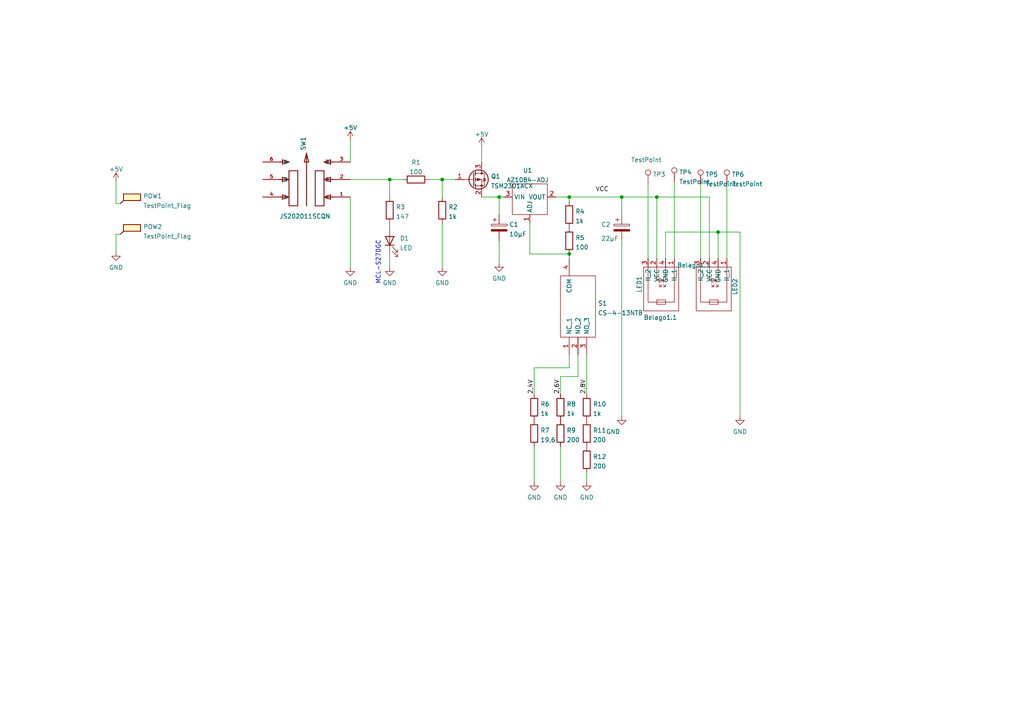
<source format=kicad_sch>
(kicad_sch (version 20210621) (generator eeschema)
  (paper "A4")
  (lib_symbols
    (symbol "AZ1084-ADJ:AZ1084-ADJ"
      (property "Reference" "U?" (at 0 6.985 0))
      (property "Value" "AZ1084-ADJ" (at 0 5.08 0))
      (symbol "AZ1084-ADJ_0_1"
        (polyline (pts (xy -5.08 3.81) (xy -5.08 0)) (stroke (width 0.1524)))
        (polyline (pts (xy -5.08 0) (xy -5.08 -5.08) (xy 5.08 -5.08) (xy 5.08 3.81) (xy -5.08 3.81)) (stroke (width 0.1524)))
      )
      (symbol "AZ1084-ADJ_1_1"
        (pin input line (at 0 -7.62 90) (length 2.54) (name "ADJ") (number "1"))
        (pin output line (at 7.62 0 180) (length 2.54) (name "VOUT") (number "2"))
        (pin input line (at -7.62 0 0) (length 2.54) (name "VIN") (number "3"))
      )
    )
    (symbol "Belago1.1:Belago1.1"
      (property "Reference" "LED?" (at 0 6.985 0))
      (property "Value" "Belago1.1" (at 10.795 0 90))
      (symbol "Belago1.1_0_1"
        (polyline (pts (xy -0.635 0.635) (xy 0.635 0.635)) (stroke (width 0.1524)))
        (polyline (pts (xy 1.905 0) (xy 1.905 -0.635)) (stroke (width 0.1524)))
        (polyline (pts (xy 1.27 -0.635) (xy 1.905 0) (xy 1.27 0)) (stroke (width 0.1524)))
        (polyline (pts (xy -3.81 1.27) (xy 0 1.27) (xy 0 -1.27) (xy -3.81 -1.27)) (stroke (width 0.1524)))
        (polyline (pts (xy 0 0.635) (xy -0.635 -0.635) (xy 0.635 -0.635) (xy 0 0.635)) (stroke (width 0.1524)))
        (polyline (pts (xy 1.27 0.635) (xy 1.905 1.27) (xy 1.27 1.27) (xy 1.905 1.27) (xy 1.905 0.635)) (stroke (width 0.1524)))
        (polyline (pts (xy 5.715 1.27) (xy 6.985 1.27) (xy 6.985 -1.27) (xy 5.715 -1.27) (xy 5.715 1.27)) (stroke (width 0.1524)))
        (polyline (pts (xy -3.81 3.81) (xy 6.35 3.81) (xy 6.35 -3.81) (xy -3.81 -3.81) (xy -3.81 -5.08) (xy 8.89 -5.08) (xy 8.89 5.08) (xy -3.81 5.08) (xy -3.81 -3.81)) (stroke (width 0.1524)))
      )
      (symbol "Belago1.1_1_1"
        (pin passive line (at -6.35 3.81 0) (length 2.54) (name "Il_1") (number "1"))
        (pin passive line (at -6.35 -1.27 0) (length 2.54) (name "VCC") (number "2"))
        (pin passive line (at -6.35 -3.81 0) (length 2.54) (name "Il_2") (number "3"))
        (pin passive line (at -6.35 1.27 0) (length 2.54) (name "GND") (number "4"))
      )
    )
    (symbol "CS-4-13NTB:CS-4-13NTB" (pin_names (offset 0.762))
      (property "Reference" "S" (at 24.13 7.62 0))
      (property "Value" "CS-4-13NTB" (at 24.13 5.08 0))
      (symbol "CS-4-13NTB_0_0"
        (pin passive line (at 0 0 0) (length 5.08) (name "NC_1") (number "1"))
        (pin passive line (at 0 -2.54 0) (length 5.08) (name "NO_2") (number "2"))
        (pin passive line (at 0 -5.08 0) (length 5.08) (name "NO_3") (number "3"))
        (pin passive line (at 27.94 0 180) (length 5.08) (name "COM") (number "4"))
      )
      (symbol "CS-4-13NTB_0_1"
        (polyline (pts (xy 5.08 2.54) (xy 22.86 2.54) (xy 22.86 -7.62) (xy 5.08 -7.62) (xy 5.08 2.54)) (stroke (width 0.1524)))
      )
    )
    (symbol "Connector:TestPoint" (pin_numbers hide) (pin_names (offset 0.762) hide)
      (property "Reference" "TP" (at 0 6.858 0))
      (property "Value" "TestPoint" (at 0 5.08 0))
      (symbol "TestPoint_0_1"
        (circle (center 0 3.302) (radius 0.762))
      )
      (symbol "TestPoint_1_1"
        (pin passive line (at 0 0 90) (length 2.54) (name "1") (number "1"))
      )
    )
    (symbol "Connector:TestPoint_Flag" (pin_numbers hide) (pin_names (offset 0.762) hide)
      (property "Reference" "TP" (at 3.429 1.778 0))
      (property "Value" "TestPoint_Flag" (at 3.302 4.191 0))
      (symbol "TestPoint_Flag_0_1"
        (rectangle (start 0.889 2.794) (end 5.842 0.889) (stroke (width 0.254)) (fill (type background)))
        (polyline (pts (xy 0 0) (xy 0.889 0.889)) (stroke (width 0.254)))
      )
      (symbol "TestPoint_Flag_1_1"
        (pin passive line (at 0 0 90) (length 0) (name "1") (number "1"))
      )
    )
    (symbol "Device:C_Polarized" (pin_numbers hide) (pin_names (offset 0.254))
      (property "Reference" "C" (at 0.635 2.54 0))
      (property "Value" "C_Polarized" (at 0.635 -2.54 0))
      (symbol "C_Polarized_0_1"
        (rectangle (start -2.286 0.508) (end 2.286 1.016))
        (rectangle (start 2.286 -0.508) (end -2.286 -1.016) (fill (type outline)))
        (polyline (pts (xy -1.778 2.286) (xy -0.762 2.286)))
        (polyline (pts (xy -1.27 2.794) (xy -1.27 1.778)))
      )
      (symbol "C_Polarized_1_1"
        (pin passive line (at 0 3.81 270) (length 2.794) (name "~") (number "1"))
        (pin passive line (at 0 -3.81 90) (length 2.794) (name "~") (number "2"))
      )
    )
    (symbol "Device:LED" (pin_numbers hide) (pin_names (offset 1.016) hide)
      (property "Reference" "D" (at 0 2.54 0))
      (property "Value" "LED" (at 0 -2.54 0))
      (symbol "LED_0_1"
        (polyline (pts (xy -1.27 -1.27) (xy -1.27 1.27)) (stroke (width 0.254)))
        (polyline (pts (xy -1.27 0) (xy 1.27 0)))
        (polyline (pts (xy 1.27 -1.27) (xy 1.27 1.27) (xy -1.27 0) (xy 1.27 -1.27)) (stroke (width 0.254)))
        (polyline (pts (xy -3.048 -0.762) (xy -4.572 -2.286) (xy -3.81 -2.286) (xy -4.572 -2.286) (xy -4.572 -1.524)))
        (polyline (pts (xy -1.778 -0.762) (xy -3.302 -2.286) (xy -2.54 -2.286) (xy -3.302 -2.286) (xy -3.302 -1.524)))
      )
      (symbol "LED_1_1"
        (pin passive line (at -3.81 0 0) (length 2.54) (name "K") (number "1"))
        (pin passive line (at 3.81 0 180) (length 2.54) (name "A") (number "2"))
      )
    )
    (symbol "Device:R" (pin_numbers hide) (pin_names (offset 0))
      (property "Reference" "R" (at 2.032 0 90))
      (property "Value" "R" (at 0 0 90))
      (symbol "R_0_1"
        (rectangle (start -1.016 -2.54) (end 1.016 2.54) (stroke (width 0.254)))
      )
      (symbol "R_1_1"
        (pin passive line (at 0 3.81 270) (length 1.27) (name "~") (number "1"))
        (pin passive line (at 0 -3.81 90) (length 1.27) (name "~") (number "2"))
      )
    )
    (symbol "JS202011SCQN:JS202011SCQN" (pin_names (offset 1.016))
      (property "Reference" "S" (at -15.2654 2.54 0))
      (property "Value" "JS202011SCQN" (at -15.24 -5.08 0))
      (symbol "JS202011SCQN_0_0"
        (polyline (pts (xy -7.62 -5.08) (xy -7.62 -2.54)) (stroke (width 0.254)))
        (polyline (pts (xy -7.62 -2.54) (xy 2.54 -2.54)) (stroke (width 0.254)))
        (polyline (pts (xy -7.62 0) (xy 7.62 0)) (stroke (width 0.254)))
        (polyline (pts (xy -7.62 2.54) (xy 2.54 2.54)) (stroke (width 0.254)))
        (polyline (pts (xy -7.62 5.08) (xy -7.62 2.54)) (stroke (width 0.254)))
        (polyline (pts (xy -5.715 -6.985) (xy -4.445 -6.985)) (stroke (width 0.254)))
        (polyline (pts (xy -5.715 6.985) (xy -5.08 5.08)) (stroke (width 0.254)))
        (polyline (pts (xy -5.08 -5.08) (xy -7.62 -5.08)) (stroke (width 0.254)))
        (polyline (pts (xy -5.08 -5.08) (xy -5.715 -6.985)) (stroke (width 0.254)))
        (polyline (pts (xy -5.08 -5.08) (xy -5.08 -7.62)) (stroke (width 0.254)))
        (polyline (pts (xy -5.08 5.08) (xy -7.62 5.08)) (stroke (width 0.254)))
        (polyline (pts (xy -5.08 5.08) (xy -4.445 6.985)) (stroke (width 0.254)))
        (polyline (pts (xy -5.08 7.62) (xy -5.08 5.08)) (stroke (width 0.254)))
        (polyline (pts (xy -4.445 -6.985) (xy -5.08 -5.08)) (stroke (width 0.254)))
        (polyline (pts (xy -4.445 6.985) (xy -5.715 6.985)) (stroke (width 0.254)))
        (polyline (pts (xy -0.635 -6.985) (xy 0.635 -6.985)) (stroke (width 0.254)))
        (polyline (pts (xy -0.635 6.985) (xy 0 5.08)) (stroke (width 0.254)))
        (polyline (pts (xy 0 -5.08) (xy -5.08 -5.08)) (stroke (width 0.254)))
        (polyline (pts (xy 0 -5.08) (xy -0.635 -6.985)) (stroke (width 0.254)))
        (polyline (pts (xy 0 -5.08) (xy 0 -7.62)) (stroke (width 0.254)))
        (polyline (pts (xy 0 5.08) (xy -5.08 5.08)) (stroke (width 0.254)))
        (polyline (pts (xy 0 5.08) (xy 0.635 6.985)) (stroke (width 0.254)))
        (polyline (pts (xy 0 7.62) (xy 0 5.08)) (stroke (width 0.254)))
        (polyline (pts (xy 0.635 -6.985) (xy 0 -5.08)) (stroke (width 0.254)))
        (polyline (pts (xy 0.635 6.985) (xy -0.635 6.985)) (stroke (width 0.254)))
        (polyline (pts (xy 2.54 -5.08) (xy 0 -5.08)) (stroke (width 0.254)))
        (polyline (pts (xy 2.54 -2.54) (xy 2.54 -5.08)) (stroke (width 0.254)))
        (polyline (pts (xy 2.54 2.54) (xy 2.54 5.08)) (stroke (width 0.254)))
        (polyline (pts (xy 2.54 5.08) (xy 0 5.08)) (stroke (width 0.254)))
        (polyline (pts (xy 4.445 -6.985) (xy 5.715 -6.985)) (stroke (width 0.254)))
        (polyline (pts (xy 4.445 6.985) (xy 5.08 5.08)) (stroke (width 0.254)))
        (polyline (pts (xy 5.08 -5.08) (xy 4.445 -6.985)) (stroke (width 0.254)))
        (polyline (pts (xy 5.08 -5.08) (xy 5.08 -7.62)) (stroke (width 0.254)))
        (polyline (pts (xy 5.08 -0.635) (xy 7.62 0)) (stroke (width 0.254)))
        (polyline (pts (xy 5.08 0.635) (xy 5.08 -0.635)) (stroke (width 0.254)))
        (polyline (pts (xy 5.08 5.08) (xy 5.715 6.985)) (stroke (width 0.254)))
        (polyline (pts (xy 5.08 7.62) (xy 5.08 5.08)) (stroke (width 0.254)))
        (polyline (pts (xy 5.715 -6.985) (xy 5.08 -5.08)) (stroke (width 0.254)))
        (polyline (pts (xy 5.715 6.985) (xy 4.445 6.985)) (stroke (width 0.254)))
        (polyline (pts (xy 7.62 0) (xy 5.08 0.635)) (stroke (width 0.254)))
        (pin passive line (at -5.08 -12.7 90) (length 5.08) (name "1") (number "1"))
        (pin passive line (at 0 -12.7 90) (length 5.08) (name "2") (number "2"))
        (pin passive line (at 5.08 -12.7 90) (length 5.08) (name "3") (number "3"))
        (pin passive line (at -5.08 12.7 270) (length 5.08) (name "4") (number "4"))
        (pin passive line (at 0 12.7 270) (length 5.08) (name "5") (number "5"))
        (pin passive line (at 5.08 12.7 270) (length 5.08) (name "6") (number "6"))
      )
    )
    (symbol "Transistor_FET:TSM2301ACX" (pin_names hide)
      (property "Reference" "Q" (at 5.08 1.905 0))
      (property "Value" "TSM2301ACX" (at 5.08 0 0))
      (symbol "TSM2301ACX_0_1"
        (circle (center 1.651 0) (radius 2.794) (stroke (width 0.254)))
        (circle (center 2.54 -1.778) (radius 0.254) (fill (type outline)))
        (circle (center 2.54 1.778) (radius 0.254) (fill (type outline)))
        (polyline (pts (xy 0.254 0) (xy -2.54 0)))
        (polyline (pts (xy 0.254 1.905) (xy 0.254 -1.905)) (stroke (width 0.254)))
        (polyline (pts (xy 0.762 -1.27) (xy 0.762 -2.286)) (stroke (width 0.254)))
        (polyline (pts (xy 0.762 0.508) (xy 0.762 -0.508)) (stroke (width 0.254)))
        (polyline (pts (xy 0.762 2.286) (xy 0.762 1.27)) (stroke (width 0.254)))
        (polyline (pts (xy 2.54 2.54) (xy 2.54 1.778)))
        (polyline (pts (xy 2.54 -2.54) (xy 2.54 0) (xy 0.762 0)))
        (polyline (pts (xy 0.762 1.778) (xy 3.302 1.778) (xy 3.302 -1.778) (xy 0.762 -1.778)))
        (polyline (pts (xy 2.794 -0.508) (xy 2.921 -0.381) (xy 3.683 -0.381) (xy 3.81 -0.254)))
        (polyline (pts (xy 3.302 -0.381) (xy 2.921 0.254) (xy 3.683 0.254) (xy 3.302 -0.381)))
        (polyline (pts (xy 2.286 0) (xy 1.27 0.381) (xy 1.27 -0.381) (xy 2.286 0)) (fill (type outline)))
      )
      (symbol "TSM2301ACX_1_1"
        (pin input line (at -5.08 0 0) (length 2.54) (name "G") (number "1"))
        (pin passive line (at 2.54 -5.08 90) (length 2.54) (name "S") (number "2"))
        (pin passive line (at 2.54 5.08 270) (length 2.54) (name "D") (number "3"))
      )
    )
    (symbol "power:+5V" (power) (pin_names (offset 0))
      (property "Value" "+5V" (at 0 3.556 0))
      (symbol "+5V_0_1"
        (polyline (pts (xy -0.762 1.27) (xy 0 2.54)))
        (polyline (pts (xy 0 0) (xy 0 2.54)))
        (polyline (pts (xy 0 2.54) (xy 0.762 1.27)))
      )
      (symbol "+5V_1_1"
        (pin power_in line (at 0 0 90) (length 0) hide (name "+5V") (number "1"))
      )
    )
    (symbol "power:GND" (power) (pin_names (offset 0))
      (property "Value" "GND" (at 0 -3.81 0))
      (symbol "GND_0_1"
        (polyline (pts (xy 0 0) (xy 0 -1.27) (xy 1.27 -1.27) (xy 0 -2.54) (xy -1.27 -1.27) (xy 0 -1.27)))
      )
      (symbol "GND_1_1"
        (pin power_in line (at 0 0 270) (length 0) hide (name "GND") (number "1"))
      )
    )
  )
  (junction (at 113.03 52.07))
  (junction (at 128.27 52.07))
  (junction (at 144.78 57.15))
  (junction (at 165.1 57.15))
  (junction (at 165.1 73.66))
  (junction (at 180.34 57.15))
  (junction (at 190.5 57.15))
  (junction (at 208.28 67.31))
  (wire (pts (xy 33.655 59.055) (xy 33.655 52.705)))
  (wire (pts (xy 33.655 67.945) (xy 33.655 73.025)))
  (wire (pts (xy 34.925 59.055) (xy 33.655 59.055)))
  (wire (pts (xy 34.925 67.945) (xy 33.655 67.945)))
  (wire (pts (xy 101.6 40.64) (xy 101.6 46.99)))
  (wire (pts (xy 101.6 52.07) (xy 113.03 52.07)))
  (wire (pts (xy 101.6 57.15) (xy 101.6 77.47)))
  (wire (pts (xy 113.03 52.07) (xy 113.03 57.15)))
  (wire (pts (xy 113.03 52.07) (xy 116.84 52.07)))
  (wire (pts (xy 113.03 64.77) (xy 113.03 66.04)))
  (wire (pts (xy 113.03 73.66) (xy 113.03 77.47)))
  (wire (pts (xy 124.46 52.07) (xy 128.27 52.07)))
  (wire (pts (xy 128.27 52.07) (xy 128.27 57.15)))
  (wire (pts (xy 128.27 52.07) (xy 132.08 52.07)))
  (wire (pts (xy 128.27 64.77) (xy 128.27 77.47)))
  (wire (pts (xy 139.7 42.545) (xy 139.7 46.99)))
  (wire (pts (xy 139.7 57.15) (xy 144.78 57.15)))
  (wire (pts (xy 144.78 57.15) (xy 144.78 62.23)))
  (wire (pts (xy 144.78 57.15) (xy 146.05 57.15)))
  (wire (pts (xy 144.78 69.85) (xy 144.78 76.2)))
  (wire (pts (xy 153.67 64.77) (xy 153.67 73.66)))
  (wire (pts (xy 153.67 73.66) (xy 165.1 73.66)))
  (wire (pts (xy 154.94 106.68) (xy 154.94 114.3)))
  (wire (pts (xy 154.94 129.54) (xy 154.94 139.7)))
  (wire (pts (xy 161.29 57.15) (xy 165.1 57.15)))
  (wire (pts (xy 162.56 109.22) (xy 162.56 114.3)))
  (wire (pts (xy 162.56 129.54) (xy 162.56 139.7)))
  (wire (pts (xy 165.1 57.15) (xy 165.1 58.42)))
  (wire (pts (xy 165.1 57.15) (xy 180.34 57.15)))
  (wire (pts (xy 165.1 73.66) (xy 165.1 74.93)))
  (wire (pts (xy 165.1 102.87) (xy 165.1 106.68)))
  (wire (pts (xy 165.1 106.68) (xy 154.94 106.68)))
  (wire (pts (xy 167.64 102.87) (xy 167.64 109.22)))
  (wire (pts (xy 167.64 109.22) (xy 162.56 109.22)))
  (wire (pts (xy 170.18 102.87) (xy 170.18 114.3)))
  (wire (pts (xy 170.18 137.16) (xy 170.18 139.7)))
  (wire (pts (xy 180.34 57.15) (xy 180.34 62.23)))
  (wire (pts (xy 180.34 57.15) (xy 190.5 57.15)))
  (wire (pts (xy 180.34 69.85) (xy 180.34 120.65)))
  (wire (pts (xy 187.96 53.34) (xy 187.96 74.93)))
  (wire (pts (xy 190.5 57.15) (xy 190.5 74.93)))
  (wire (pts (xy 190.5 57.15) (xy 205.74 57.15)))
  (wire (pts (xy 193.04 67.31) (xy 208.28 67.31)))
  (wire (pts (xy 193.04 74.93) (xy 193.04 67.31)))
  (wire (pts (xy 195.58 52.705) (xy 195.58 74.93)))
  (wire (pts (xy 203.2 53.34) (xy 203.2 74.93)))
  (wire (pts (xy 205.74 57.15) (xy 205.74 74.93)))
  (wire (pts (xy 208.28 67.31) (xy 208.28 74.93)))
  (wire (pts (xy 208.28 67.31) (xy 214.63 67.31)))
  (wire (pts (xy 210.82 53.34) (xy 210.82 74.93)))
  (wire (pts (xy 214.63 67.31) (xy 214.63 120.65)))
  (text "MCL-S270GC" (at 110.49 82.55 90) (effects (font (size 1.27 1.27)) (justify left bottom)))
  (label "2,4V" (at 154.94 114.3 90))
  (label "2,6V" (at 162.56 114.3 90))
  (label "2,8V" (at 170.18 114.3 90))
  (label "VCC" (at 172.72 55.88 0))
  (symbol (lib_id "power:+5V") (at 33.655 52.705 0) (unit 1)
    (property "Reference" "#PWR01" (effects hide))
    (property "Value" "+5V" (at 33.655 49.1004 0))
  )
  (symbol (lib_id "power:+5V") (at 101.6 40.64 0) (unit 1)
    (property "Reference" "#PWR0103" (effects hide))
    (property "Value" "+5V" (at 101.6 37.0354 0))
  )
  (symbol (lib_id "power:+5V") (at 139.7 42.545 0) (unit 1)
    (property "Reference" "#PWR0104" (effects hide))
    (property "Value" "+5V" (at 139.7 38.9404 0))
  )
  (symbol (lib_id "Connector:TestPoint") (at 187.96 53.34 0) (unit 1)
    (property "Reference" "TP3" (at 189.3571 50.59 0) (effects (justify left)))
    (property "Value" "TestPoint" (at 183.0071 46.3801 0) (effects (justify left)))
    (property "Footprint" "TestPoint:TestPoint_Pad_1.0x1.0mm" (effects hide))
  )
  (symbol (lib_id "Connector:TestPoint") (at 195.58 52.705 0) (unit 1)
    (property "Reference" "TP4" (at 196.9771 49.955 0) (effects (justify left)))
    (property "Value" "TestPoint" (at 196.9771 52.7301 0) (effects (justify left)))
    (property "Footprint" "TestPoint:TestPoint_Pad_1.0x1.0mm" (effects hide))
  )
  (symbol (lib_id "Connector:TestPoint") (at 203.2 53.34 0) (unit 1)
    (property "Reference" "TP5" (at 204.5971 50.59 0) (effects (justify left)))
    (property "Value" "TestPoint" (at 204.5971 53.3651 0) (effects (justify left)))
    (property "Footprint" "TestPoint:TestPoint_Pad_1.0x1.0mm" (effects hide))
  )
  (symbol (lib_id "Connector:TestPoint") (at 210.82 53.34 0) (unit 1)
    (property "Reference" "TP6" (at 212.2171 50.59 0) (effects (justify left)))
    (property "Value" "TestPoint" (at 212.2171 53.3651 0) (effects (justify left)))
    (property "Footprint" "TestPoint:TestPoint_Pad_1.0x1.0mm" (effects hide))
  )
  (symbol (lib_id "power:GND") (at 33.655 73.025 0) (unit 1)
    (property "Reference" "#PWR02" (effects hide))
    (property "Value" "GND" (at 33.655 77.5876 0))
  )
  (symbol (lib_id "power:GND") (at 101.6 77.47 0) (unit 1)
    (property "Reference" "#PWR0111" (effects hide))
    (property "Value" "GND" (at 101.6 82.0326 0))
  )
  (symbol (lib_id "power:GND") (at 113.03 77.47 0) (unit 1)
    (property "Reference" "#PWR0105" (effects hide))
    (property "Value" "GND" (at 113.03 82.0326 0))
  )
  (symbol (lib_id "power:GND") (at 128.27 77.47 0) (unit 1)
    (property "Reference" "#PWR0102" (effects hide))
    (property "Value" "GND" (at 128.27 82.0326 0))
  )
  (symbol (lib_id "power:GND") (at 144.78 76.2 0) (unit 1)
    (property "Reference" "#PWR0101" (effects hide))
    (property "Value" "GND" (at 144.78 80.7626 0))
  )
  (symbol (lib_id "power:GND") (at 154.94 139.7 0) (unit 1)
    (property "Reference" "#PWR0107" (effects hide))
    (property "Value" "GND" (at 154.94 144.2626 0))
  )
  (symbol (lib_id "power:GND") (at 162.56 139.7 0) (unit 1)
    (property "Reference" "#PWR0106" (effects hide))
    (property "Value" "GND" (at 162.56 144.2626 0))
  )
  (symbol (lib_id "power:GND") (at 170.18 139.7 0) (unit 1)
    (property "Reference" "#PWR0108" (effects hide))
    (property "Value" "GND" (at 170.18 144.2626 0))
  )
  (symbol (lib_id "power:GND") (at 180.34 120.65 0) (unit 1)
    (property "Reference" "#PWR0109" (effects hide))
    (property "Value" "GND" (at 177.8 125.2126 0))
  )
  (symbol (lib_id "power:GND") (at 214.63 120.65 0) (unit 1)
    (property "Reference" "#PWR0110" (effects hide))
    (property "Value" "GND" (at 214.63 125.2126 0))
  )
  (symbol (lib_id "Device:R") (at 113.03 60.96 0) (unit 1)
    (property "Reference" "R3" (at 114.8081 60.0515 0) (effects (justify left)))
    (property "Value" "147" (at 114.8081 62.8266 0) (effects (justify left)))
    (property "Footprint" "Resistor_SMD:R_0805_2012Metric_Pad1.20x1.40mm_HandSolder" (effects hide))
  )
  (symbol (lib_id "Device:R") (at 120.65 52.07 90) (unit 1)
    (property "Reference" "R1" (at 120.65 47.0874 90))
    (property "Value" "100" (at 120.65 49.8625 90))
    (property "Footprint" "Resistor_SMD:R_0805_2012Metric_Pad1.20x1.40mm_HandSolder" (effects hide))
  )
  (symbol (lib_id "Device:R") (at 128.27 60.96 0) (unit 1)
    (property "Reference" "R2" (at 130.0481 60.0515 0) (effects (justify left)))
    (property "Value" "1k" (at 130.0481 62.8266 0) (effects (justify left)))
    (property "Footprint" "Resistor_SMD:R_0805_2012Metric_Pad1.20x1.40mm_HandSolder" (effects hide))
  )
  (symbol (lib_id "Device:R") (at 154.94 118.11 0) (unit 1)
    (property "Reference" "R6" (at 156.7181 117.2015 0) (effects (justify left)))
    (property "Value" "1k" (at 156.7181 119.9766 0) (effects (justify left)))
    (property "Footprint" "Resistor_SMD:R_0805_2012Metric_Pad1.20x1.40mm_HandSolder" (effects hide))
  )
  (symbol (lib_id "Device:R") (at 154.94 125.73 0) (unit 1)
    (property "Reference" "R7" (at 156.7181 124.8215 0) (effects (justify left)))
    (property "Value" "19,6" (at 156.7181 127.5966 0) (effects (justify left)))
    (property "Footprint" "Resistor_SMD:R_0805_2012Metric_Pad1.20x1.40mm_HandSolder" (effects hide))
  )
  (symbol (lib_id "Device:R") (at 162.56 118.11 0) (unit 1)
    (property "Reference" "R8" (at 164.3381 117.2015 0) (effects (justify left)))
    (property "Value" "1k" (at 164.3381 119.9766 0) (effects (justify left)))
    (property "Footprint" "Resistor_SMD:R_0805_2012Metric_Pad1.20x1.40mm_HandSolder" (effects hide))
  )
  (symbol (lib_id "Device:R") (at 162.56 125.73 0) (unit 1)
    (property "Reference" "R9" (at 164.3381 124.8215 0) (effects (justify left)))
    (property "Value" "200" (at 164.3381 127.5966 0) (effects (justify left)))
    (property "Footprint" "Resistor_SMD:R_0805_2012Metric_Pad1.20x1.40mm_HandSolder" (effects hide))
  )
  (symbol (lib_id "Device:R") (at 165.1 62.23 0) (unit 1)
    (property "Reference" "R4" (at 166.8781 61.3215 0) (effects (justify left)))
    (property "Value" "1k" (at 166.8781 64.0966 0) (effects (justify left)))
    (property "Footprint" "Resistor_SMD:R_0805_2012Metric_Pad1.20x1.40mm_HandSolder" (effects hide))
  )
  (symbol (lib_id "Device:R") (at 165.1 69.85 0) (unit 1)
    (property "Reference" "R5" (at 166.8781 68.9415 0) (effects (justify left)))
    (property "Value" "100" (at 166.8781 71.7166 0) (effects (justify left)))
    (property "Footprint" "Resistor_SMD:R_0805_2012Metric_Pad1.20x1.40mm_HandSolder" (effects hide))
  )
  (symbol (lib_id "Device:R") (at 170.18 118.11 0) (unit 1)
    (property "Reference" "R10" (at 171.9581 117.2015 0) (effects (justify left)))
    (property "Value" "1k" (at 171.9581 119.9766 0) (effects (justify left)))
    (property "Footprint" "Resistor_SMD:R_0805_2012Metric_Pad1.20x1.40mm_HandSolder" (effects hide))
  )
  (symbol (lib_id "Device:R") (at 170.18 125.73 0) (unit 1)
    (property "Reference" "R11" (at 171.9581 124.8215 0) (effects (justify left)))
    (property "Value" "200" (at 171.9581 127.5966 0) (effects (justify left)))
    (property "Footprint" "Resistor_SMD:R_0805_2012Metric_Pad1.20x1.40mm_HandSolder" (effects hide))
  )
  (symbol (lib_id "Device:R") (at 170.18 133.35 0) (unit 1)
    (property "Reference" "R12" (at 171.9581 132.4415 0) (effects (justify left)))
    (property "Value" "200" (at 171.9581 135.2166 0) (effects (justify left)))
    (property "Footprint" "Resistor_SMD:R_0805_2012Metric_Pad1.20x1.40mm_HandSolder" (effects hide))
  )
  (symbol (lib_id "Connector:TestPoint_Flag") (at 34.925 59.055 0) (unit 1)
    (property "Reference" "POW1" (at 41.5291 56.8765 0) (effects (justify left)))
    (property "Value" "TestPoint_Flag" (at 41.5291 59.6516 0) (effects (justify left)))
    (property "Footprint" "TestPoint:TestPoint_Pad_4.0x4.0mm" (effects hide))
  )
  (symbol (lib_id "Connector:TestPoint_Flag") (at 34.925 67.945 0) (unit 1)
    (property "Reference" "POW2" (at 41.5291 65.7665 0) (effects (justify left)))
    (property "Value" "TestPoint_Flag" (at 41.5291 68.5416 0) (effects (justify left)))
    (property "Footprint" "TestPoint:TestPoint_Pad_4.0x4.0mm" (effects hide))
  )
  (symbol (lib_id "Device:LED") (at 113.03 69.85 90) (unit 1)
    (property "Reference" "D1" (at 115.9511 69.132 90) (effects (justify right)))
    (property "Value" "LED" (at 115.9511 71.9071 90) (effects (justify right)))
    (property "Footprint" "Diode_SMD:D_0805_2012Metric_Pad1.15x1.40mm_HandSolder" (effects hide))
  )
  (symbol (lib_id "Device:C_Polarized") (at 144.78 66.04 0) (unit 1)
    (property "Reference" "C1" (at 147.7011 65.1315 0) (effects (justify left)))
    (property "Value" "10µF" (at 147.7011 67.9066 0) (effects (justify left)))
    (property "Footprint" "Capacitor_SMD:C_Elec_4x5.4" (effects hide))
  )
  (symbol (lib_id "Device:C_Polarized") (at 180.34 66.04 0) (unit 1)
    (property "Reference" "C2" (at 174.3711 65.1315 0) (effects (justify left)))
    (property "Value" "22µF" (at 174.3711 69.1766 0) (effects (justify left)))
    (property "Footprint" "Capacitor_SMD:C_Elec_4x5.4" (effects hide))
  )
  (symbol (lib_id "Transistor_FET:TSM2301ACX") (at 137.16 52.07 0) (unit 1)
    (property "Reference" "Q1" (at 142.3671 51.1615 0) (effects (justify left)))
    (property "Value" "TSM2301ACX" (at 142.3671 53.9366 0) (effects (justify left)))
    (property "Footprint" "Package_TO_SOT_SMD:SOT-23" (effects hide))
    (property "Datasheet" "https://www.taiwansemi.com/products/datasheet/TSM2301A_C15.pdf" (effects hide))
  )
  (symbol (lib_id "Belago1.1:Belago1.1") (at 191.77 81.28 270) (unit 1)
    (property "Reference" "LED1" (at 185.42 80.01 0) (effects (justify left)))
    (property "Value" "Belago1.1" (at 186.69 92.075 90) (effects (justify left)))
    (property "Footprint" "Belago1.1:Belago1.1" (effects hide))
  )
  (symbol (lib_id "Belago1.1:Belago1.1") (at 207.01 81.28 270) (unit 1)
    (property "Reference" "LED2" (at 213.1509 80.7213 0) (effects (justify left)))
    (property "Value" "Belago1.1" (at 196.4058 76.9113 90) (effects (justify left)))
    (property "Footprint" "Belago1.1:Belago1.1" (effects hide))
  )
  (symbol (lib_id "AZ1084-ADJ:AZ1084-ADJ") (at 153.67 57.15 0) (unit 1)
    (property "Reference" "U1" (at 153.035 49.4242 0))
    (property "Value" "AZ1084-ADJ" (at 153.035 52.1993 0))
    (property "Footprint" "Package_TO_SOT_SMD:TO-252-3_TabPin2" (effects hide))
  )
  (symbol (lib_id "CS-4-13NTB:CS-4-13NTB") (at 165.1 102.87 90) (unit 1)
    (property "Reference" "S1" (at 173.4313 87.9915 90) (effects (justify right)))
    (property "Value" "CS-4-13NTB" (at 173.4313 90.7666 90) (effects (justify right)))
    (property "Footprint" "CS-4-13NTB:CS413NTB" (effects hide))
    (property "Datasheet" "https://www.nidec-copal-electronics.com/e/catalog/switch/cs-4.pdf" (effects hide))
    (property "Description" "NIDEC COPAL ELECTRONICS - CS-4-13NTB - Rotary Switch, SMD, 3 Position, 1 Pole, 45 , 100 mA, 16 V, CS-4 Series" (effects hide))
    (property "Height" "2.3" (effects hide))
    (property "Manufacturer_Name" "Copal Electronics" (effects hide))
    (property "Manufacturer_Part_Number" "CS-4-13NTB" (effects hide))
  )
  (symbol (lib_id "JS202011SCQN:JS202011SCQN") (at 88.9 52.07 90) (unit 1)
    (property "Reference" "SW1" (at 87.9915 43.6879 0) (effects (justify left)))
    (property "Value" "JS202011SCQN" (at 95.8466 62.7379 90) (effects (justify left)))
    (property "Footprint" "JS202011SCQN:SW_JS202011SCQN" (effects hide))
    (property "MANUFACTURER" "C&K" (effects hide))
  )
)
</source>
